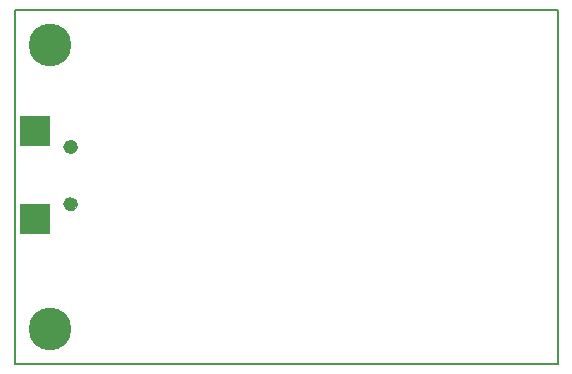
<source format=gbs>
G75*
%MOIN*%
%OFA0B0*%
%FSLAX25Y25*%
%IPPOS*%
%LPD*%
%AMOC8*
5,1,8,0,0,1.08239X$1,22.5*
%
%ADD10C,0.00600*%
%ADD11R,0.10400X0.10400*%
%ADD12C,0.00000*%
%ADD13C,0.04534*%
%ADD14C,0.14243*%
D10*
X0021728Y0020744D02*
X0202831Y0020744D01*
X0202831Y0138854D01*
X0021728Y0138854D01*
X0021728Y0020744D01*
D11*
X0028421Y0069071D03*
X0028421Y0098402D03*
D12*
X0038283Y0093283D02*
X0038285Y0093374D01*
X0038291Y0093464D01*
X0038301Y0093555D01*
X0038315Y0093644D01*
X0038333Y0093733D01*
X0038354Y0093822D01*
X0038380Y0093909D01*
X0038409Y0093995D01*
X0038443Y0094079D01*
X0038479Y0094162D01*
X0038520Y0094244D01*
X0038564Y0094323D01*
X0038611Y0094401D01*
X0038662Y0094476D01*
X0038716Y0094549D01*
X0038773Y0094619D01*
X0038833Y0094687D01*
X0038896Y0094753D01*
X0038962Y0094815D01*
X0039031Y0094874D01*
X0039102Y0094931D01*
X0039176Y0094984D01*
X0039252Y0095034D01*
X0039330Y0095081D01*
X0039410Y0095124D01*
X0039491Y0095163D01*
X0039575Y0095199D01*
X0039660Y0095231D01*
X0039746Y0095260D01*
X0039833Y0095284D01*
X0039922Y0095305D01*
X0040011Y0095322D01*
X0040101Y0095335D01*
X0040191Y0095344D01*
X0040282Y0095349D01*
X0040373Y0095350D01*
X0040463Y0095347D01*
X0040554Y0095340D01*
X0040644Y0095329D01*
X0040734Y0095314D01*
X0040823Y0095295D01*
X0040911Y0095273D01*
X0040997Y0095246D01*
X0041083Y0095216D01*
X0041167Y0095182D01*
X0041250Y0095144D01*
X0041331Y0095103D01*
X0041410Y0095058D01*
X0041487Y0095009D01*
X0041561Y0094958D01*
X0041634Y0094903D01*
X0041704Y0094845D01*
X0041771Y0094784D01*
X0041835Y0094720D01*
X0041897Y0094654D01*
X0041956Y0094584D01*
X0042011Y0094513D01*
X0042064Y0094438D01*
X0042113Y0094362D01*
X0042159Y0094284D01*
X0042201Y0094203D01*
X0042240Y0094121D01*
X0042275Y0094037D01*
X0042306Y0093952D01*
X0042333Y0093865D01*
X0042357Y0093778D01*
X0042377Y0093689D01*
X0042393Y0093600D01*
X0042405Y0093510D01*
X0042413Y0093419D01*
X0042417Y0093328D01*
X0042417Y0093238D01*
X0042413Y0093147D01*
X0042405Y0093056D01*
X0042393Y0092966D01*
X0042377Y0092877D01*
X0042357Y0092788D01*
X0042333Y0092701D01*
X0042306Y0092614D01*
X0042275Y0092529D01*
X0042240Y0092445D01*
X0042201Y0092363D01*
X0042159Y0092282D01*
X0042113Y0092204D01*
X0042064Y0092128D01*
X0042011Y0092053D01*
X0041956Y0091982D01*
X0041897Y0091912D01*
X0041835Y0091846D01*
X0041771Y0091782D01*
X0041704Y0091721D01*
X0041634Y0091663D01*
X0041561Y0091608D01*
X0041487Y0091557D01*
X0041410Y0091508D01*
X0041331Y0091463D01*
X0041250Y0091422D01*
X0041167Y0091384D01*
X0041083Y0091350D01*
X0040997Y0091320D01*
X0040911Y0091293D01*
X0040823Y0091271D01*
X0040734Y0091252D01*
X0040644Y0091237D01*
X0040554Y0091226D01*
X0040463Y0091219D01*
X0040373Y0091216D01*
X0040282Y0091217D01*
X0040191Y0091222D01*
X0040101Y0091231D01*
X0040011Y0091244D01*
X0039922Y0091261D01*
X0039833Y0091282D01*
X0039746Y0091306D01*
X0039660Y0091335D01*
X0039575Y0091367D01*
X0039491Y0091403D01*
X0039410Y0091442D01*
X0039330Y0091485D01*
X0039252Y0091532D01*
X0039176Y0091582D01*
X0039102Y0091635D01*
X0039031Y0091692D01*
X0038962Y0091751D01*
X0038896Y0091813D01*
X0038833Y0091879D01*
X0038773Y0091947D01*
X0038716Y0092017D01*
X0038662Y0092090D01*
X0038611Y0092165D01*
X0038564Y0092243D01*
X0038520Y0092322D01*
X0038479Y0092404D01*
X0038443Y0092487D01*
X0038409Y0092571D01*
X0038380Y0092657D01*
X0038354Y0092744D01*
X0038333Y0092833D01*
X0038315Y0092922D01*
X0038301Y0093011D01*
X0038291Y0093102D01*
X0038285Y0093192D01*
X0038283Y0093283D01*
X0038283Y0074189D02*
X0038285Y0074280D01*
X0038291Y0074370D01*
X0038301Y0074461D01*
X0038315Y0074550D01*
X0038333Y0074639D01*
X0038354Y0074728D01*
X0038380Y0074815D01*
X0038409Y0074901D01*
X0038443Y0074985D01*
X0038479Y0075068D01*
X0038520Y0075150D01*
X0038564Y0075229D01*
X0038611Y0075307D01*
X0038662Y0075382D01*
X0038716Y0075455D01*
X0038773Y0075525D01*
X0038833Y0075593D01*
X0038896Y0075659D01*
X0038962Y0075721D01*
X0039031Y0075780D01*
X0039102Y0075837D01*
X0039176Y0075890D01*
X0039252Y0075940D01*
X0039330Y0075987D01*
X0039410Y0076030D01*
X0039491Y0076069D01*
X0039575Y0076105D01*
X0039660Y0076137D01*
X0039746Y0076166D01*
X0039833Y0076190D01*
X0039922Y0076211D01*
X0040011Y0076228D01*
X0040101Y0076241D01*
X0040191Y0076250D01*
X0040282Y0076255D01*
X0040373Y0076256D01*
X0040463Y0076253D01*
X0040554Y0076246D01*
X0040644Y0076235D01*
X0040734Y0076220D01*
X0040823Y0076201D01*
X0040911Y0076179D01*
X0040997Y0076152D01*
X0041083Y0076122D01*
X0041167Y0076088D01*
X0041250Y0076050D01*
X0041331Y0076009D01*
X0041410Y0075964D01*
X0041487Y0075915D01*
X0041561Y0075864D01*
X0041634Y0075809D01*
X0041704Y0075751D01*
X0041771Y0075690D01*
X0041835Y0075626D01*
X0041897Y0075560D01*
X0041956Y0075490D01*
X0042011Y0075419D01*
X0042064Y0075344D01*
X0042113Y0075268D01*
X0042159Y0075190D01*
X0042201Y0075109D01*
X0042240Y0075027D01*
X0042275Y0074943D01*
X0042306Y0074858D01*
X0042333Y0074771D01*
X0042357Y0074684D01*
X0042377Y0074595D01*
X0042393Y0074506D01*
X0042405Y0074416D01*
X0042413Y0074325D01*
X0042417Y0074234D01*
X0042417Y0074144D01*
X0042413Y0074053D01*
X0042405Y0073962D01*
X0042393Y0073872D01*
X0042377Y0073783D01*
X0042357Y0073694D01*
X0042333Y0073607D01*
X0042306Y0073520D01*
X0042275Y0073435D01*
X0042240Y0073351D01*
X0042201Y0073269D01*
X0042159Y0073188D01*
X0042113Y0073110D01*
X0042064Y0073034D01*
X0042011Y0072959D01*
X0041956Y0072888D01*
X0041897Y0072818D01*
X0041835Y0072752D01*
X0041771Y0072688D01*
X0041704Y0072627D01*
X0041634Y0072569D01*
X0041561Y0072514D01*
X0041487Y0072463D01*
X0041410Y0072414D01*
X0041331Y0072369D01*
X0041250Y0072328D01*
X0041167Y0072290D01*
X0041083Y0072256D01*
X0040997Y0072226D01*
X0040911Y0072199D01*
X0040823Y0072177D01*
X0040734Y0072158D01*
X0040644Y0072143D01*
X0040554Y0072132D01*
X0040463Y0072125D01*
X0040373Y0072122D01*
X0040282Y0072123D01*
X0040191Y0072128D01*
X0040101Y0072137D01*
X0040011Y0072150D01*
X0039922Y0072167D01*
X0039833Y0072188D01*
X0039746Y0072212D01*
X0039660Y0072241D01*
X0039575Y0072273D01*
X0039491Y0072309D01*
X0039410Y0072348D01*
X0039330Y0072391D01*
X0039252Y0072438D01*
X0039176Y0072488D01*
X0039102Y0072541D01*
X0039031Y0072598D01*
X0038962Y0072657D01*
X0038896Y0072719D01*
X0038833Y0072785D01*
X0038773Y0072853D01*
X0038716Y0072923D01*
X0038662Y0072996D01*
X0038611Y0073071D01*
X0038564Y0073149D01*
X0038520Y0073228D01*
X0038479Y0073310D01*
X0038443Y0073393D01*
X0038409Y0073477D01*
X0038380Y0073563D01*
X0038354Y0073650D01*
X0038333Y0073739D01*
X0038315Y0073828D01*
X0038301Y0073917D01*
X0038291Y0074008D01*
X0038285Y0074098D01*
X0038283Y0074189D01*
D13*
X0040350Y0074189D03*
X0040350Y0093283D03*
D14*
X0033539Y0127043D03*
X0033539Y0032555D03*
M02*

</source>
